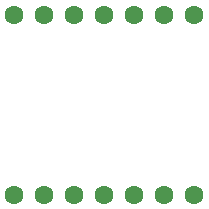
<source format=gts>
%TF.GenerationSoftware,KiCad,Pcbnew,(6.0.11-0)*%
%TF.CreationDate,2025-02-06T17:03:14+09:00*%
%TF.ProjectId,ktMacroPad,6b744d61-6372-46f5-9061-642e6b696361,rev?*%
%TF.SameCoordinates,Original*%
%TF.FileFunction,Soldermask,Top*%
%TF.FilePolarity,Negative*%
%FSLAX46Y46*%
G04 Gerber Fmt 4.6, Leading zero omitted, Abs format (unit mm)*
G04 Created by KiCad (PCBNEW (6.0.11-0)) date 2025-02-06 17:03:14*
%MOMM*%
%LPD*%
G01*
G04 APERTURE LIST*
%ADD10C,1.600000*%
G04 APERTURE END LIST*
D10*
%TO.C,U1*%
X91620000Y-717500D03*
X89080000Y-717500D03*
X86540000Y-717500D03*
X84000000Y-717500D03*
X81460000Y-717500D03*
X78920000Y-717500D03*
X76380000Y-717500D03*
X76380000Y-15957500D03*
X78920000Y-15957500D03*
X81460000Y-15957500D03*
X84000000Y-15957500D03*
X86540000Y-15957500D03*
X89080000Y-15957500D03*
X91620000Y-15957500D03*
%TD*%
M02*

</source>
